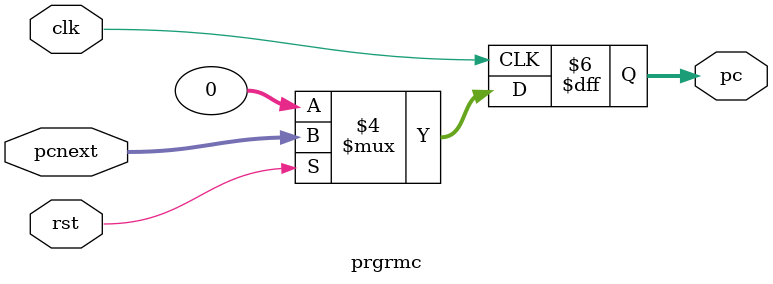
<source format=v>
module prgrmc(pcnext,clk,rst,pc);
input [31:0] pcnext;
input clk,rst;
output reg [31:0]pc;

always @(posedge clk)
begin
    if(rst == 1'b0)
    begin
        pc <= 32'b00000;
    end
    else
    begin
        pc <= pcnext;
    end
end
endmodule
</source>
